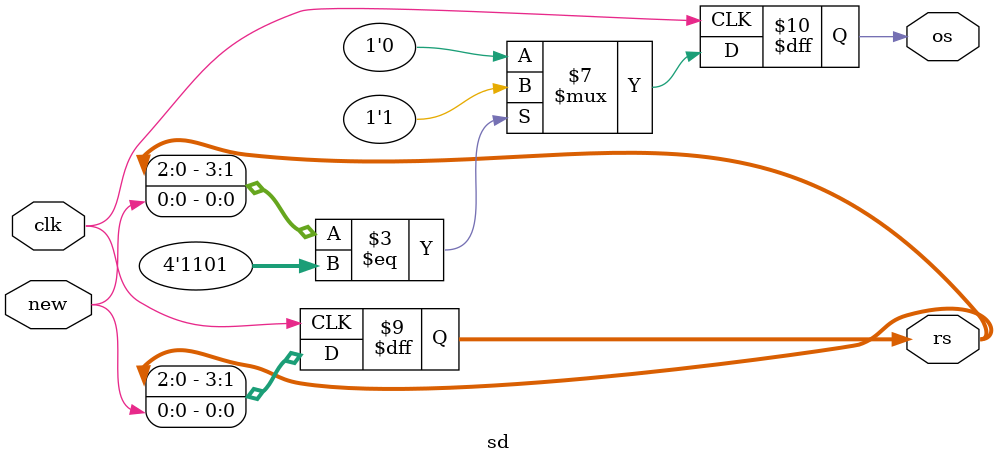
<source format=v>
`timescale 1ns / 1ps


module sd( new, clk, os, rs);
input new; //new data
input clk;
output[3:0] rs; //abcd recent state
output os;

reg os;
reg[3:0] rs;

initial os = 0;
initial rs = 0;

always @(posedge clk) begin
    rs = rs << 1;
    rs[0] = new;
    if(rs == 4'b1101) os = 1;
    else os = 0;
    end
      
endmodule

</source>
